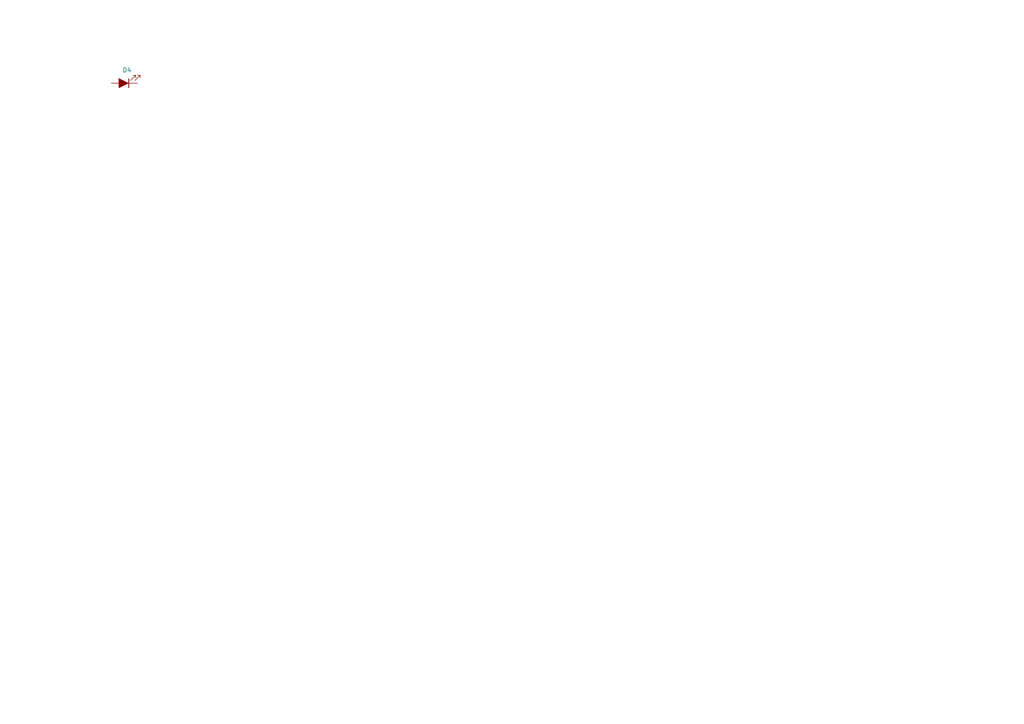
<source format=kicad_sch>
(kicad_sch (version 20211123) (generator eeschema)
  (paper "A4")
  (lib_symbols
    (symbol "ex00:LED" (pin_numbers hide) (pin_names (offset 1.016) hide)
      (property "Reference" "D" (at -1.016 4.572 0))
      (property "Value" "LED" (at -1.016 2.794 0))
      (symbol "LED_0_1"
        (polyline (pts (xy 0.508 1.27) (xy 0.508 -1.27)) (stroke (width 0.254)))
        (polyline (pts (xy -2.286 1.27) (xy -2.286 -1.27) (xy 0.254 0) (xy -2.286 1.27)) (stroke (width 0.254)) (fill (type outline)))
        (polyline (pts (xy 1.016 0.762) (xy 2.54 2.286) (xy 1.778 2.286) (xy 2.54 2.286) (xy 2.54 1.524)))
        (polyline (pts (xy 2.286 0.762) (xy 3.81 2.286) (xy 3.048 2.286) (xy 3.81 2.286) (xy 3.81 1.524)))
      )
      (symbol "LED_1_1"
        (pin passive line (at 3.048 0 180) (length 2.54) (name "K") (number "1"))
        (pin passive line (at -4.572 0 0) (length 2.54) (name "A") (number "2"))
      )
    )
  )
  (symbol (lib_id "ex00:LED") (at 36.83 24.13 0) (unit 1)
    (property "Reference" "D4" (at 36.83 20.32 0))
    (property "Value" "LED" (effects hide))
  )
)
</source>
